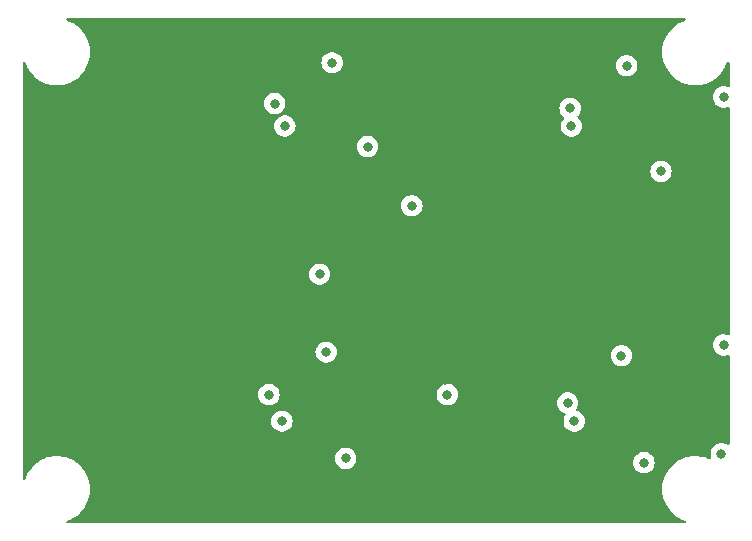
<source format=gbr>
%TF.GenerationSoftware,KiCad,Pcbnew,7.0.6*%
%TF.CreationDate,2023-08-06T23:15:07-05:00*%
%TF.ProjectId,MLX90393_board2,4d4c5839-3033-4393-935f-626f61726432,rev?*%
%TF.SameCoordinates,Original*%
%TF.FileFunction,Copper,L2,Inr*%
%TF.FilePolarity,Positive*%
%FSLAX46Y46*%
G04 Gerber Fmt 4.6, Leading zero omitted, Abs format (unit mm)*
G04 Created by KiCad (PCBNEW 7.0.6) date 2023-08-06 23:15:07*
%MOMM*%
%LPD*%
G01*
G04 APERTURE LIST*
%TA.AperFunction,ViaPad*%
%ADD10C,0.800000*%
%TD*%
G04 APERTURE END LIST*
D10*
%TO.N,+3.3V*%
X170400000Y-98750000D03*
X144900000Y-123000000D03*
X174750000Y-119700000D03*
X175200000Y-95150000D03*
X145400000Y-98350000D03*
X150250000Y-94900000D03*
X149200000Y-112800000D03*
X160000000Y-123000000D03*
X151400000Y-128400000D03*
X178100000Y-104100000D03*
X149750000Y-119400000D03*
X153250000Y-102000000D03*
X183400000Y-118800000D03*
X183200000Y-128000000D03*
X183400000Y-97800000D03*
X170200000Y-123700000D03*
X176650000Y-128750000D03*
%TO.N,GND*%
X158800000Y-97200000D03*
X154750000Y-125750000D03*
X172800000Y-133400000D03*
X158400000Y-103050000D03*
X146500000Y-127000000D03*
X183400000Y-99400000D03*
X177300000Y-109900000D03*
X176600000Y-96400000D03*
X152200000Y-121200000D03*
X171200000Y-126600000D03*
X138000000Y-128000000D03*
X151400000Y-96600000D03*
X145500000Y-102000000D03*
X170950000Y-101650000D03*
X178383411Y-126583411D03*
X137500000Y-123500000D03*
X158700000Y-95750000D03*
X159800000Y-121800000D03*
X173600000Y-96400000D03*
X179200000Y-100950000D03*
X157000000Y-100874500D03*
X176600000Y-121400000D03*
X158400000Y-128350000D03*
X148500000Y-96000000D03*
X135800000Y-118800000D03*
X173600000Y-121600000D03*
X148400000Y-121400000D03*
%TO.N,SCL_3V*%
X146250000Y-100250000D03*
X157000000Y-107000000D03*
X170750000Y-125250000D03*
X170500000Y-100250000D03*
X146000000Y-125250000D03*
%TD*%
%TA.AperFunction,Conductor*%
%TO.N,GND*%
G36*
X180141997Y-91120185D02*
G01*
X180187752Y-91172989D01*
X180197696Y-91242147D01*
X180168671Y-91305703D01*
X180117368Y-91341022D01*
X179888897Y-91424178D01*
X179888891Y-91424181D01*
X179597380Y-91570584D01*
X179324815Y-91749852D01*
X179074931Y-91959530D01*
X179074930Y-91959531D01*
X179074924Y-91959536D01*
X179074923Y-91959538D01*
X178851057Y-92196823D01*
X178851054Y-92196826D01*
X178851052Y-92196829D01*
X178851045Y-92196837D01*
X178656251Y-92458490D01*
X178493143Y-92741003D01*
X178493137Y-92741016D01*
X178363931Y-93040547D01*
X178270369Y-93353067D01*
X178270367Y-93353075D01*
X178213723Y-93674319D01*
X178213722Y-93674330D01*
X178194754Y-93999996D01*
X178194754Y-94000003D01*
X178213722Y-94325669D01*
X178213723Y-94325680D01*
X178270367Y-94646924D01*
X178270369Y-94646932D01*
X178363931Y-94959452D01*
X178493137Y-95258983D01*
X178493143Y-95258996D01*
X178656251Y-95541509D01*
X178851045Y-95803162D01*
X178851050Y-95803168D01*
X178851057Y-95803177D01*
X179074923Y-96040462D01*
X179074929Y-96040467D01*
X179074930Y-96040468D01*
X179074931Y-96040469D01*
X179324815Y-96250147D01*
X179324818Y-96250149D01*
X179324823Y-96250153D01*
X179597377Y-96429414D01*
X179888899Y-96575822D01*
X180195446Y-96687396D01*
X180195452Y-96687397D01*
X180195454Y-96687398D01*
X180512858Y-96762625D01*
X180512865Y-96762626D01*
X180512874Y-96762628D01*
X180836889Y-96800500D01*
X180836896Y-96800500D01*
X181163104Y-96800500D01*
X181163111Y-96800500D01*
X181487126Y-96762628D01*
X181487135Y-96762625D01*
X181487141Y-96762625D01*
X181743176Y-96701942D01*
X181804554Y-96687396D01*
X182111101Y-96575822D01*
X182402623Y-96429414D01*
X182675177Y-96250153D01*
X182925077Y-96040462D01*
X183148943Y-95803177D01*
X183343749Y-95541508D01*
X183506859Y-95258992D01*
X183636069Y-94959451D01*
X183656709Y-94890507D01*
X183694794Y-94831930D01*
X183758502Y-94803242D01*
X183827607Y-94813551D01*
X183880168Y-94859584D01*
X183899500Y-94926071D01*
X183899500Y-96845728D01*
X183879815Y-96912767D01*
X183827011Y-96958522D01*
X183757853Y-96968466D01*
X183725064Y-96959007D01*
X183679807Y-96938857D01*
X183679802Y-96938855D01*
X183534000Y-96907865D01*
X183494646Y-96899500D01*
X183305354Y-96899500D01*
X183272897Y-96906398D01*
X183120197Y-96938855D01*
X183120192Y-96938857D01*
X182947270Y-97015848D01*
X182947265Y-97015851D01*
X182794129Y-97127111D01*
X182667466Y-97267785D01*
X182572821Y-97431715D01*
X182572818Y-97431722D01*
X182514327Y-97611740D01*
X182514326Y-97611744D01*
X182494540Y-97800000D01*
X182514326Y-97988256D01*
X182514327Y-97988259D01*
X182572818Y-98168277D01*
X182572821Y-98168284D01*
X182667467Y-98332216D01*
X182712043Y-98381722D01*
X182794129Y-98472888D01*
X182947265Y-98584148D01*
X182947270Y-98584151D01*
X183120192Y-98661142D01*
X183120197Y-98661144D01*
X183305354Y-98700500D01*
X183305355Y-98700500D01*
X183494644Y-98700500D01*
X183494646Y-98700500D01*
X183679803Y-98661144D01*
X183725065Y-98640991D01*
X183794312Y-98631706D01*
X183857589Y-98661334D01*
X183894804Y-98720468D01*
X183899500Y-98754271D01*
X183899500Y-117845728D01*
X183879815Y-117912767D01*
X183827011Y-117958522D01*
X183757853Y-117968466D01*
X183725064Y-117959007D01*
X183679807Y-117938857D01*
X183679802Y-117938855D01*
X183534001Y-117907865D01*
X183494646Y-117899500D01*
X183305354Y-117899500D01*
X183272897Y-117906398D01*
X183120197Y-117938855D01*
X183120192Y-117938857D01*
X182947270Y-118015848D01*
X182947265Y-118015851D01*
X182794129Y-118127111D01*
X182667466Y-118267785D01*
X182572821Y-118431715D01*
X182572818Y-118431722D01*
X182514327Y-118611740D01*
X182514326Y-118611744D01*
X182494540Y-118800000D01*
X182514326Y-118988256D01*
X182514327Y-118988259D01*
X182572818Y-119168277D01*
X182572821Y-119168284D01*
X182667467Y-119332216D01*
X182794129Y-119472888D01*
X182947265Y-119584148D01*
X182947270Y-119584151D01*
X183120192Y-119661142D01*
X183120197Y-119661144D01*
X183305354Y-119700500D01*
X183305355Y-119700500D01*
X183494644Y-119700500D01*
X183494646Y-119700500D01*
X183679803Y-119661144D01*
X183725065Y-119640991D01*
X183794312Y-119631706D01*
X183857589Y-119661334D01*
X183894804Y-119720468D01*
X183899500Y-119754271D01*
X183899500Y-127151773D01*
X183879815Y-127218812D01*
X183827011Y-127264567D01*
X183757853Y-127274511D01*
X183702616Y-127252092D01*
X183652733Y-127215851D01*
X183652729Y-127215848D01*
X183479807Y-127138857D01*
X183479802Y-127138855D01*
X183334001Y-127107865D01*
X183294646Y-127099500D01*
X183105354Y-127099500D01*
X183072897Y-127106398D01*
X182920197Y-127138855D01*
X182920192Y-127138857D01*
X182747270Y-127215848D01*
X182747265Y-127215851D01*
X182594129Y-127327111D01*
X182467466Y-127467785D01*
X182372821Y-127631715D01*
X182372818Y-127631722D01*
X182314327Y-127811740D01*
X182314326Y-127811744D01*
X182294540Y-128000000D01*
X182314326Y-128188256D01*
X182314327Y-128188259D01*
X182353806Y-128309764D01*
X182355801Y-128379605D01*
X182319720Y-128439438D01*
X182257019Y-128470266D01*
X182187605Y-128462301D01*
X182180224Y-128458892D01*
X182111108Y-128424181D01*
X182111102Y-128424178D01*
X181804566Y-128312608D01*
X181804545Y-128312601D01*
X181487141Y-128237374D01*
X181487126Y-128237372D01*
X181487125Y-128237372D01*
X181163111Y-128199500D01*
X180836889Y-128199500D01*
X180553375Y-128232638D01*
X180512873Y-128237372D01*
X180512858Y-128237374D01*
X180195454Y-128312601D01*
X180195433Y-128312608D01*
X179888897Y-128424178D01*
X179888891Y-128424181D01*
X179597380Y-128570584D01*
X179324815Y-128749852D01*
X179074931Y-128959530D01*
X179074930Y-128959531D01*
X179074924Y-128959536D01*
X179074923Y-128959538D01*
X178851057Y-129196823D01*
X178851054Y-129196826D01*
X178851052Y-129196829D01*
X178851045Y-129196837D01*
X178656251Y-129458490D01*
X178493143Y-129741003D01*
X178493137Y-129741016D01*
X178363931Y-130040547D01*
X178270369Y-130353067D01*
X178270367Y-130353075D01*
X178213723Y-130674319D01*
X178213722Y-130674330D01*
X178194754Y-130999996D01*
X178194754Y-131000003D01*
X178213722Y-131325669D01*
X178213723Y-131325680D01*
X178270367Y-131646924D01*
X178270369Y-131646932D01*
X178363931Y-131959452D01*
X178493137Y-132258983D01*
X178493143Y-132258996D01*
X178656251Y-132541509D01*
X178851045Y-132803162D01*
X178851050Y-132803168D01*
X178851057Y-132803177D01*
X179074923Y-133040462D01*
X179074929Y-133040467D01*
X179074930Y-133040468D01*
X179074931Y-133040469D01*
X179324815Y-133250147D01*
X179324818Y-133250149D01*
X179324823Y-133250153D01*
X179597377Y-133429414D01*
X179888899Y-133575822D01*
X180069463Y-133641542D01*
X180117368Y-133658978D01*
X180173632Y-133700404D01*
X180198568Y-133765673D01*
X180184258Y-133834062D01*
X180135246Y-133883857D01*
X180074958Y-133899500D01*
X127875042Y-133899500D01*
X127808003Y-133879815D01*
X127762248Y-133827011D01*
X127752304Y-133757853D01*
X127781329Y-133694297D01*
X127832632Y-133658978D01*
X127855916Y-133650502D01*
X128061101Y-133575822D01*
X128352623Y-133429414D01*
X128625177Y-133250153D01*
X128875077Y-133040462D01*
X129098943Y-132803177D01*
X129293749Y-132541508D01*
X129456859Y-132258992D01*
X129586069Y-131959451D01*
X129679630Y-131646934D01*
X129736278Y-131325669D01*
X129755246Y-131000000D01*
X129736278Y-130674331D01*
X129679630Y-130353066D01*
X129586069Y-130040549D01*
X129456859Y-129741008D01*
X129293749Y-129458492D01*
X129293748Y-129458490D01*
X129098954Y-129196837D01*
X129098947Y-129196829D01*
X129098943Y-129196823D01*
X128875077Y-128959538D01*
X128875069Y-128959531D01*
X128875068Y-128959530D01*
X128625184Y-128749852D01*
X128625179Y-128749848D01*
X128625177Y-128749847D01*
X128352623Y-128570586D01*
X128152870Y-128470266D01*
X128061108Y-128424181D01*
X128061102Y-128424178D01*
X127994674Y-128400000D01*
X150494540Y-128400000D01*
X150514326Y-128588256D01*
X150514327Y-128588259D01*
X150572818Y-128768277D01*
X150572821Y-128768284D01*
X150667467Y-128932216D01*
X150708516Y-128977805D01*
X150794129Y-129072888D01*
X150947265Y-129184148D01*
X150947270Y-129184151D01*
X151120192Y-129261142D01*
X151120197Y-129261144D01*
X151305354Y-129300500D01*
X151305355Y-129300500D01*
X151494644Y-129300500D01*
X151494646Y-129300500D01*
X151679803Y-129261144D01*
X151852730Y-129184151D01*
X152005871Y-129072888D01*
X152132533Y-128932216D01*
X152227179Y-128768284D01*
X152233120Y-128750000D01*
X175744540Y-128750000D01*
X175764326Y-128938256D01*
X175764327Y-128938259D01*
X175822818Y-129118277D01*
X175822821Y-129118284D01*
X175917467Y-129282216D01*
X176044128Y-129422888D01*
X176044129Y-129422888D01*
X176197265Y-129534148D01*
X176197270Y-129534151D01*
X176370192Y-129611142D01*
X176370197Y-129611144D01*
X176555354Y-129650500D01*
X176555355Y-129650500D01*
X176744644Y-129650500D01*
X176744646Y-129650500D01*
X176929803Y-129611144D01*
X177102730Y-129534151D01*
X177255871Y-129422888D01*
X177382533Y-129282216D01*
X177477179Y-129118284D01*
X177535674Y-128938256D01*
X177555460Y-128750000D01*
X177535674Y-128561744D01*
X177477179Y-128381716D01*
X177382533Y-128217784D01*
X177255871Y-128077112D01*
X177255870Y-128077111D01*
X177102734Y-127965851D01*
X177102729Y-127965848D01*
X176929807Y-127888857D01*
X176929802Y-127888855D01*
X176784001Y-127857865D01*
X176744646Y-127849500D01*
X176555354Y-127849500D01*
X176522897Y-127856398D01*
X176370197Y-127888855D01*
X176370192Y-127888857D01*
X176197270Y-127965848D01*
X176197265Y-127965851D01*
X176044129Y-128077111D01*
X175917466Y-128217785D01*
X175822821Y-128381715D01*
X175822818Y-128381722D01*
X175794049Y-128470266D01*
X175764326Y-128561744D01*
X175752645Y-128672888D01*
X175744556Y-128749852D01*
X175744540Y-128750000D01*
X152233120Y-128750000D01*
X152285674Y-128588256D01*
X152305460Y-128400000D01*
X152285674Y-128211744D01*
X152227179Y-128031716D01*
X152132533Y-127867784D01*
X152005871Y-127727112D01*
X152005870Y-127727111D01*
X151852734Y-127615851D01*
X151852729Y-127615848D01*
X151679807Y-127538857D01*
X151679802Y-127538855D01*
X151534001Y-127507865D01*
X151494646Y-127499500D01*
X151305354Y-127499500D01*
X151272897Y-127506398D01*
X151120197Y-127538855D01*
X151120192Y-127538857D01*
X150947270Y-127615848D01*
X150947265Y-127615851D01*
X150794129Y-127727111D01*
X150667466Y-127867785D01*
X150572821Y-128031715D01*
X150572818Y-128031722D01*
X150518304Y-128199500D01*
X150514326Y-128211744D01*
X150494540Y-128400000D01*
X127994674Y-128400000D01*
X127754566Y-128312608D01*
X127754545Y-128312601D01*
X127437141Y-128237374D01*
X127437126Y-128237372D01*
X127437125Y-128237372D01*
X127113111Y-128199500D01*
X126786889Y-128199500D01*
X126503375Y-128232638D01*
X126462873Y-128237372D01*
X126462858Y-128237374D01*
X126145454Y-128312601D01*
X126145433Y-128312608D01*
X125838897Y-128424178D01*
X125838891Y-128424181D01*
X125547380Y-128570584D01*
X125274815Y-128749852D01*
X125024931Y-128959530D01*
X125024930Y-128959531D01*
X125024924Y-128959536D01*
X125024923Y-128959538D01*
X124801057Y-129196823D01*
X124801054Y-129196826D01*
X124801052Y-129196829D01*
X124801045Y-129196837D01*
X124606251Y-129458490D01*
X124443143Y-129741003D01*
X124443137Y-129741016D01*
X124313931Y-130040547D01*
X124293291Y-130109492D01*
X124255206Y-130168069D01*
X124191497Y-130196758D01*
X124122392Y-130186448D01*
X124069831Y-130140415D01*
X124050500Y-130073928D01*
X124050500Y-125250000D01*
X145094540Y-125250000D01*
X145114326Y-125438256D01*
X145114327Y-125438259D01*
X145172818Y-125618277D01*
X145172821Y-125618284D01*
X145267467Y-125782216D01*
X145394128Y-125922888D01*
X145394129Y-125922888D01*
X145547265Y-126034148D01*
X145547270Y-126034151D01*
X145720192Y-126111142D01*
X145720197Y-126111144D01*
X145905354Y-126150500D01*
X145905355Y-126150500D01*
X146094644Y-126150500D01*
X146094646Y-126150500D01*
X146279803Y-126111144D01*
X146452730Y-126034151D01*
X146605871Y-125922888D01*
X146732533Y-125782216D01*
X146827179Y-125618284D01*
X146885674Y-125438256D01*
X146905460Y-125250000D01*
X146885674Y-125061744D01*
X146827179Y-124881716D01*
X146732533Y-124717784D01*
X146605871Y-124577112D01*
X146605870Y-124577111D01*
X146452734Y-124465851D01*
X146452729Y-124465848D01*
X146279807Y-124388857D01*
X146279802Y-124388855D01*
X146134000Y-124357865D01*
X146094646Y-124349500D01*
X145905354Y-124349500D01*
X145872897Y-124356398D01*
X145720197Y-124388855D01*
X145720192Y-124388857D01*
X145547270Y-124465848D01*
X145547265Y-124465851D01*
X145394129Y-124577111D01*
X145267466Y-124717785D01*
X145172821Y-124881715D01*
X145172818Y-124881722D01*
X145114327Y-125061740D01*
X145114326Y-125061744D01*
X145094540Y-125250000D01*
X124050500Y-125250000D01*
X124050500Y-123000000D01*
X143994540Y-123000000D01*
X144014326Y-123188256D01*
X144014327Y-123188259D01*
X144072818Y-123368277D01*
X144072821Y-123368284D01*
X144167467Y-123532216D01*
X144294128Y-123672887D01*
X144294129Y-123672888D01*
X144447265Y-123784148D01*
X144447270Y-123784151D01*
X144620192Y-123861142D01*
X144620197Y-123861144D01*
X144805354Y-123900500D01*
X144805355Y-123900500D01*
X144994644Y-123900500D01*
X144994646Y-123900500D01*
X145179803Y-123861144D01*
X145352730Y-123784151D01*
X145505871Y-123672888D01*
X145632533Y-123532216D01*
X145727179Y-123368284D01*
X145785674Y-123188256D01*
X145805460Y-123000000D01*
X159094540Y-123000000D01*
X159114326Y-123188256D01*
X159114327Y-123188259D01*
X159172818Y-123368277D01*
X159172821Y-123368284D01*
X159267467Y-123532216D01*
X159394128Y-123672887D01*
X159394129Y-123672888D01*
X159547265Y-123784148D01*
X159547270Y-123784151D01*
X159720192Y-123861142D01*
X159720197Y-123861144D01*
X159905354Y-123900500D01*
X159905355Y-123900500D01*
X160094644Y-123900500D01*
X160094646Y-123900500D01*
X160279803Y-123861144D01*
X160452730Y-123784151D01*
X160568554Y-123700000D01*
X169294540Y-123700000D01*
X169314326Y-123888256D01*
X169314327Y-123888259D01*
X169372818Y-124068277D01*
X169372821Y-124068284D01*
X169467467Y-124232216D01*
X169573070Y-124349500D01*
X169594129Y-124372888D01*
X169747265Y-124484148D01*
X169747270Y-124484151D01*
X169920191Y-124561142D01*
X169920193Y-124561142D01*
X169920197Y-124561144D01*
X169920433Y-124561194D01*
X169920557Y-124561261D01*
X169926374Y-124563151D01*
X169926028Y-124564214D01*
X169981917Y-124594379D01*
X170015700Y-124655539D01*
X170011054Y-124725254D01*
X170002051Y-124744485D01*
X169922820Y-124881718D01*
X169922818Y-124881722D01*
X169864327Y-125061740D01*
X169864326Y-125061744D01*
X169844540Y-125250000D01*
X169864326Y-125438256D01*
X169864327Y-125438259D01*
X169922818Y-125618277D01*
X169922821Y-125618284D01*
X170017467Y-125782216D01*
X170144128Y-125922888D01*
X170144129Y-125922888D01*
X170297265Y-126034148D01*
X170297270Y-126034151D01*
X170470192Y-126111142D01*
X170470197Y-126111144D01*
X170655354Y-126150500D01*
X170655355Y-126150500D01*
X170844644Y-126150500D01*
X170844646Y-126150500D01*
X171029803Y-126111144D01*
X171202730Y-126034151D01*
X171355871Y-125922888D01*
X171482533Y-125782216D01*
X171577179Y-125618284D01*
X171635674Y-125438256D01*
X171655460Y-125250000D01*
X171635674Y-125061744D01*
X171577179Y-124881716D01*
X171482533Y-124717784D01*
X171355871Y-124577112D01*
X171355870Y-124577111D01*
X171202734Y-124465851D01*
X171202729Y-124465848D01*
X171029807Y-124388857D01*
X171029803Y-124388856D01*
X171029554Y-124388803D01*
X171029423Y-124388732D01*
X171023626Y-124386849D01*
X171023970Y-124385788D01*
X170968072Y-124355610D01*
X170934296Y-124294446D01*
X170938950Y-124224732D01*
X170947944Y-124205521D01*
X171027179Y-124068284D01*
X171085674Y-123888256D01*
X171105460Y-123700000D01*
X171085674Y-123511744D01*
X171027179Y-123331716D01*
X170932533Y-123167784D01*
X170805871Y-123027112D01*
X170805870Y-123027111D01*
X170652734Y-122915851D01*
X170652729Y-122915848D01*
X170479807Y-122838857D01*
X170479802Y-122838855D01*
X170334000Y-122807865D01*
X170294646Y-122799500D01*
X170105354Y-122799500D01*
X170072897Y-122806398D01*
X169920197Y-122838855D01*
X169920192Y-122838857D01*
X169747270Y-122915848D01*
X169747265Y-122915851D01*
X169594129Y-123027111D01*
X169467466Y-123167785D01*
X169372821Y-123331715D01*
X169372818Y-123331722D01*
X169314327Y-123511740D01*
X169314326Y-123511744D01*
X169294540Y-123700000D01*
X160568554Y-123700000D01*
X160605871Y-123672888D01*
X160732533Y-123532216D01*
X160827179Y-123368284D01*
X160885674Y-123188256D01*
X160905460Y-123000000D01*
X160885674Y-122811744D01*
X160827179Y-122631716D01*
X160732533Y-122467784D01*
X160605871Y-122327112D01*
X160605870Y-122327111D01*
X160452734Y-122215851D01*
X160452729Y-122215848D01*
X160279807Y-122138857D01*
X160279802Y-122138855D01*
X160134000Y-122107865D01*
X160094646Y-122099500D01*
X159905354Y-122099500D01*
X159872897Y-122106398D01*
X159720197Y-122138855D01*
X159720192Y-122138857D01*
X159547270Y-122215848D01*
X159547265Y-122215851D01*
X159394129Y-122327111D01*
X159267466Y-122467785D01*
X159172821Y-122631715D01*
X159172818Y-122631722D01*
X159118304Y-122799500D01*
X159114326Y-122811744D01*
X159094540Y-123000000D01*
X145805460Y-123000000D01*
X145785674Y-122811744D01*
X145727179Y-122631716D01*
X145632533Y-122467784D01*
X145505871Y-122327112D01*
X145505870Y-122327111D01*
X145352734Y-122215851D01*
X145352729Y-122215848D01*
X145179807Y-122138857D01*
X145179802Y-122138855D01*
X145034000Y-122107865D01*
X144994646Y-122099500D01*
X144805354Y-122099500D01*
X144772897Y-122106398D01*
X144620197Y-122138855D01*
X144620192Y-122138857D01*
X144447270Y-122215848D01*
X144447265Y-122215851D01*
X144294129Y-122327111D01*
X144167466Y-122467785D01*
X144072821Y-122631715D01*
X144072818Y-122631722D01*
X144018304Y-122799500D01*
X144014326Y-122811744D01*
X143994540Y-123000000D01*
X124050500Y-123000000D01*
X124050500Y-119400000D01*
X148844540Y-119400000D01*
X148864326Y-119588256D01*
X148864327Y-119588259D01*
X148922818Y-119768277D01*
X148922821Y-119768284D01*
X149017467Y-119932216D01*
X149139977Y-120068277D01*
X149144129Y-120072888D01*
X149297265Y-120184148D01*
X149297270Y-120184151D01*
X149470192Y-120261142D01*
X149470197Y-120261144D01*
X149655354Y-120300500D01*
X149655355Y-120300500D01*
X149844644Y-120300500D01*
X149844646Y-120300500D01*
X150029803Y-120261144D01*
X150202730Y-120184151D01*
X150355871Y-120072888D01*
X150482533Y-119932216D01*
X150577179Y-119768284D01*
X150599366Y-119700000D01*
X173844540Y-119700000D01*
X173864326Y-119888256D01*
X173864327Y-119888259D01*
X173922818Y-120068277D01*
X173922821Y-120068284D01*
X174017467Y-120232216D01*
X174144128Y-120372887D01*
X174144129Y-120372888D01*
X174297265Y-120484148D01*
X174297270Y-120484151D01*
X174470192Y-120561142D01*
X174470197Y-120561144D01*
X174655354Y-120600500D01*
X174655355Y-120600500D01*
X174844644Y-120600500D01*
X174844646Y-120600500D01*
X175029803Y-120561144D01*
X175202730Y-120484151D01*
X175355871Y-120372888D01*
X175482533Y-120232216D01*
X175577179Y-120068284D01*
X175635674Y-119888256D01*
X175655460Y-119700000D01*
X175635674Y-119511744D01*
X175581112Y-119343823D01*
X175577181Y-119331722D01*
X175577180Y-119331721D01*
X175577179Y-119331716D01*
X175482533Y-119167784D01*
X175355871Y-119027112D01*
X175355870Y-119027111D01*
X175202734Y-118915851D01*
X175202729Y-118915848D01*
X175029807Y-118838857D01*
X175029802Y-118838855D01*
X174884000Y-118807865D01*
X174844646Y-118799500D01*
X174655354Y-118799500D01*
X174622897Y-118806398D01*
X174470197Y-118838855D01*
X174470192Y-118838857D01*
X174297270Y-118915848D01*
X174297265Y-118915851D01*
X174144129Y-119027111D01*
X174017466Y-119167785D01*
X173922821Y-119331715D01*
X173922818Y-119331722D01*
X173876951Y-119472888D01*
X173864326Y-119511744D01*
X173844540Y-119700000D01*
X150599366Y-119700000D01*
X150635674Y-119588256D01*
X150655460Y-119400000D01*
X150635674Y-119211744D01*
X150577179Y-119031716D01*
X150482533Y-118867784D01*
X150355871Y-118727112D01*
X150355870Y-118727111D01*
X150202734Y-118615851D01*
X150202729Y-118615848D01*
X150029807Y-118538857D01*
X150029802Y-118538855D01*
X149884000Y-118507865D01*
X149844646Y-118499500D01*
X149655354Y-118499500D01*
X149622897Y-118506398D01*
X149470197Y-118538855D01*
X149470192Y-118538857D01*
X149297270Y-118615848D01*
X149297265Y-118615851D01*
X149144129Y-118727111D01*
X149017466Y-118867785D01*
X148922821Y-119031715D01*
X148922818Y-119031722D01*
X148878609Y-119167785D01*
X148864326Y-119211744D01*
X148844540Y-119400000D01*
X124050500Y-119400000D01*
X124050500Y-112800000D01*
X148294540Y-112800000D01*
X148314326Y-112988256D01*
X148314327Y-112988259D01*
X148372818Y-113168277D01*
X148372821Y-113168284D01*
X148467467Y-113332216D01*
X148594128Y-113472887D01*
X148594129Y-113472888D01*
X148747265Y-113584148D01*
X148747270Y-113584151D01*
X148920192Y-113661142D01*
X148920197Y-113661144D01*
X149105354Y-113700500D01*
X149105355Y-113700500D01*
X149294644Y-113700500D01*
X149294646Y-113700500D01*
X149479803Y-113661144D01*
X149652730Y-113584151D01*
X149805871Y-113472888D01*
X149932533Y-113332216D01*
X150027179Y-113168284D01*
X150085674Y-112988256D01*
X150105460Y-112800000D01*
X150085674Y-112611744D01*
X150027179Y-112431716D01*
X149932533Y-112267784D01*
X149805871Y-112127112D01*
X149805870Y-112127111D01*
X149652734Y-112015851D01*
X149652729Y-112015848D01*
X149479807Y-111938857D01*
X149479802Y-111938855D01*
X149334000Y-111907865D01*
X149294646Y-111899500D01*
X149105354Y-111899500D01*
X149072897Y-111906398D01*
X148920197Y-111938855D01*
X148920192Y-111938857D01*
X148747270Y-112015848D01*
X148747265Y-112015851D01*
X148594129Y-112127111D01*
X148467466Y-112267785D01*
X148372821Y-112431715D01*
X148372818Y-112431722D01*
X148314327Y-112611740D01*
X148314326Y-112611744D01*
X148294540Y-112800000D01*
X124050500Y-112800000D01*
X124050500Y-107000000D01*
X156094540Y-107000000D01*
X156114326Y-107188256D01*
X156114327Y-107188259D01*
X156172818Y-107368277D01*
X156172821Y-107368284D01*
X156267467Y-107532216D01*
X156394128Y-107672888D01*
X156394129Y-107672888D01*
X156547265Y-107784148D01*
X156547270Y-107784151D01*
X156720192Y-107861142D01*
X156720197Y-107861144D01*
X156905354Y-107900500D01*
X156905355Y-107900500D01*
X157094644Y-107900500D01*
X157094646Y-107900500D01*
X157279803Y-107861144D01*
X157452730Y-107784151D01*
X157605871Y-107672888D01*
X157732533Y-107532216D01*
X157827179Y-107368284D01*
X157885674Y-107188256D01*
X157905460Y-107000000D01*
X157885674Y-106811744D01*
X157827179Y-106631716D01*
X157732533Y-106467784D01*
X157605871Y-106327112D01*
X157605870Y-106327111D01*
X157452734Y-106215851D01*
X157452729Y-106215848D01*
X157279807Y-106138857D01*
X157279802Y-106138855D01*
X157134000Y-106107865D01*
X157094646Y-106099500D01*
X156905354Y-106099500D01*
X156872897Y-106106398D01*
X156720197Y-106138855D01*
X156720192Y-106138857D01*
X156547270Y-106215848D01*
X156547265Y-106215851D01*
X156394129Y-106327111D01*
X156267466Y-106467785D01*
X156172821Y-106631715D01*
X156172818Y-106631722D01*
X156114327Y-106811740D01*
X156114326Y-106811744D01*
X156094540Y-107000000D01*
X124050500Y-107000000D01*
X124050500Y-104100000D01*
X177194540Y-104100000D01*
X177214326Y-104288256D01*
X177214327Y-104288259D01*
X177272818Y-104468277D01*
X177272821Y-104468284D01*
X177367467Y-104632216D01*
X177494128Y-104772887D01*
X177494129Y-104772888D01*
X177647265Y-104884148D01*
X177647270Y-104884151D01*
X177820192Y-104961142D01*
X177820197Y-104961144D01*
X178005354Y-105000500D01*
X178005355Y-105000500D01*
X178194644Y-105000500D01*
X178194646Y-105000500D01*
X178379803Y-104961144D01*
X178552730Y-104884151D01*
X178705871Y-104772888D01*
X178832533Y-104632216D01*
X178927179Y-104468284D01*
X178985674Y-104288256D01*
X179005460Y-104100000D01*
X178985674Y-103911744D01*
X178927179Y-103731716D01*
X178832533Y-103567784D01*
X178705871Y-103427112D01*
X178705870Y-103427111D01*
X178552734Y-103315851D01*
X178552729Y-103315848D01*
X178379807Y-103238857D01*
X178379802Y-103238855D01*
X178234000Y-103207865D01*
X178194646Y-103199500D01*
X178005354Y-103199500D01*
X177972897Y-103206398D01*
X177820197Y-103238855D01*
X177820192Y-103238857D01*
X177647270Y-103315848D01*
X177647265Y-103315851D01*
X177494129Y-103427111D01*
X177367466Y-103567785D01*
X177272821Y-103731715D01*
X177272818Y-103731722D01*
X177214327Y-103911740D01*
X177214326Y-103911744D01*
X177194540Y-104100000D01*
X124050500Y-104100000D01*
X124050500Y-102000000D01*
X152344540Y-102000000D01*
X152364326Y-102188256D01*
X152364327Y-102188259D01*
X152422818Y-102368277D01*
X152422821Y-102368284D01*
X152517467Y-102532216D01*
X152644128Y-102672888D01*
X152644129Y-102672888D01*
X152797265Y-102784148D01*
X152797270Y-102784151D01*
X152970192Y-102861142D01*
X152970197Y-102861144D01*
X153155354Y-102900500D01*
X153155355Y-102900500D01*
X153344644Y-102900500D01*
X153344646Y-102900500D01*
X153529803Y-102861144D01*
X153702730Y-102784151D01*
X153855871Y-102672888D01*
X153982533Y-102532216D01*
X154077179Y-102368284D01*
X154135674Y-102188256D01*
X154155460Y-102000000D01*
X154135674Y-101811744D01*
X154077179Y-101631716D01*
X153982533Y-101467784D01*
X153855871Y-101327112D01*
X153855870Y-101327111D01*
X153702734Y-101215851D01*
X153702729Y-101215848D01*
X153529807Y-101138857D01*
X153529802Y-101138855D01*
X153384000Y-101107865D01*
X153344646Y-101099500D01*
X153155354Y-101099500D01*
X153122897Y-101106398D01*
X152970197Y-101138855D01*
X152970192Y-101138857D01*
X152797270Y-101215848D01*
X152797265Y-101215851D01*
X152644129Y-101327111D01*
X152517466Y-101467785D01*
X152422821Y-101631715D01*
X152422818Y-101631722D01*
X152364327Y-101811740D01*
X152364326Y-101811744D01*
X152344540Y-102000000D01*
X124050500Y-102000000D01*
X124050500Y-100250000D01*
X145344540Y-100250000D01*
X145364326Y-100438256D01*
X145364327Y-100438259D01*
X145422818Y-100618277D01*
X145422821Y-100618284D01*
X145517467Y-100782216D01*
X145644128Y-100922888D01*
X145644129Y-100922888D01*
X145797265Y-101034148D01*
X145797270Y-101034151D01*
X145970192Y-101111142D01*
X145970197Y-101111144D01*
X146155354Y-101150500D01*
X146155355Y-101150500D01*
X146344644Y-101150500D01*
X146344646Y-101150500D01*
X146529803Y-101111144D01*
X146702730Y-101034151D01*
X146855871Y-100922888D01*
X146982533Y-100782216D01*
X147077179Y-100618284D01*
X147135674Y-100438256D01*
X147155460Y-100250000D01*
X147135674Y-100061744D01*
X147077179Y-99881716D01*
X146982533Y-99717784D01*
X146855871Y-99577112D01*
X146855870Y-99577111D01*
X146702734Y-99465851D01*
X146702729Y-99465848D01*
X146529807Y-99388857D01*
X146529802Y-99388855D01*
X146384001Y-99357865D01*
X146344646Y-99349500D01*
X146155354Y-99349500D01*
X146122897Y-99356398D01*
X145970197Y-99388855D01*
X145970192Y-99388857D01*
X145797270Y-99465848D01*
X145797265Y-99465851D01*
X145644129Y-99577111D01*
X145517466Y-99717785D01*
X145422821Y-99881715D01*
X145422818Y-99881722D01*
X145364327Y-100061740D01*
X145364326Y-100061744D01*
X145344540Y-100250000D01*
X124050500Y-100250000D01*
X124050500Y-98350000D01*
X144494540Y-98350000D01*
X144514326Y-98538256D01*
X144514327Y-98538259D01*
X144572818Y-98718277D01*
X144572821Y-98718284D01*
X144667467Y-98882216D01*
X144794128Y-99022888D01*
X144794129Y-99022888D01*
X144947265Y-99134148D01*
X144947270Y-99134151D01*
X145120192Y-99211142D01*
X145120197Y-99211144D01*
X145305354Y-99250500D01*
X145305355Y-99250500D01*
X145494644Y-99250500D01*
X145494646Y-99250500D01*
X145679803Y-99211144D01*
X145852730Y-99134151D01*
X146005871Y-99022888D01*
X146132533Y-98882216D01*
X146208868Y-98750000D01*
X169494540Y-98750000D01*
X169514326Y-98938256D01*
X169514327Y-98938259D01*
X169572818Y-99118277D01*
X169572821Y-99118284D01*
X169667467Y-99282216D01*
X169763487Y-99388857D01*
X169794129Y-99422888D01*
X169827114Y-99446853D01*
X169869780Y-99502183D01*
X169875759Y-99571796D01*
X169846379Y-99630143D01*
X169767466Y-99717785D01*
X169672821Y-99881715D01*
X169672818Y-99881722D01*
X169614327Y-100061740D01*
X169614326Y-100061744D01*
X169594540Y-100250000D01*
X169614326Y-100438256D01*
X169614327Y-100438259D01*
X169672818Y-100618277D01*
X169672821Y-100618284D01*
X169767467Y-100782216D01*
X169894128Y-100922887D01*
X169894129Y-100922888D01*
X170047265Y-101034148D01*
X170047270Y-101034151D01*
X170220192Y-101111142D01*
X170220197Y-101111144D01*
X170405354Y-101150500D01*
X170405355Y-101150500D01*
X170594644Y-101150500D01*
X170594646Y-101150500D01*
X170779803Y-101111144D01*
X170952730Y-101034151D01*
X171105871Y-100922888D01*
X171232533Y-100782216D01*
X171327179Y-100618284D01*
X171385674Y-100438256D01*
X171405460Y-100250000D01*
X171385674Y-100061744D01*
X171327179Y-99881716D01*
X171232533Y-99717784D01*
X171105871Y-99577112D01*
X171072883Y-99553145D01*
X171030219Y-99497816D01*
X171024240Y-99428203D01*
X171053619Y-99369858D01*
X171132533Y-99282216D01*
X171227179Y-99118284D01*
X171285674Y-98938256D01*
X171305460Y-98750000D01*
X171285674Y-98561744D01*
X171227179Y-98381716D01*
X171132533Y-98217784D01*
X171005871Y-98077112D01*
X171005870Y-98077111D01*
X170852734Y-97965851D01*
X170852729Y-97965848D01*
X170679807Y-97888857D01*
X170679802Y-97888855D01*
X170534000Y-97857865D01*
X170494646Y-97849500D01*
X170305354Y-97849500D01*
X170272897Y-97856398D01*
X170120197Y-97888855D01*
X170120192Y-97888857D01*
X169947270Y-97965848D01*
X169947265Y-97965851D01*
X169794129Y-98077111D01*
X169667466Y-98217785D01*
X169572821Y-98381715D01*
X169572818Y-98381722D01*
X169514327Y-98561740D01*
X169514326Y-98561744D01*
X169494540Y-98750000D01*
X146208868Y-98750000D01*
X146227179Y-98718284D01*
X146285674Y-98538256D01*
X146305460Y-98350000D01*
X146285674Y-98161744D01*
X146227179Y-97981716D01*
X146132533Y-97817784D01*
X146005871Y-97677112D01*
X146005870Y-97677111D01*
X145852734Y-97565851D01*
X145852729Y-97565848D01*
X145679807Y-97488857D01*
X145679802Y-97488855D01*
X145534001Y-97457865D01*
X145494646Y-97449500D01*
X145305354Y-97449500D01*
X145272897Y-97456398D01*
X145120197Y-97488855D01*
X145120192Y-97488857D01*
X144947270Y-97565848D01*
X144947265Y-97565851D01*
X144794129Y-97677111D01*
X144667466Y-97817785D01*
X144572821Y-97981715D01*
X144572818Y-97981722D01*
X144514327Y-98161740D01*
X144514326Y-98161744D01*
X144494540Y-98350000D01*
X124050500Y-98350000D01*
X124050500Y-94926071D01*
X124070185Y-94859032D01*
X124122989Y-94813277D01*
X124192147Y-94803333D01*
X124255703Y-94832358D01*
X124293291Y-94890508D01*
X124313930Y-94959450D01*
X124443137Y-95258983D01*
X124443143Y-95258996D01*
X124606251Y-95541509D01*
X124801045Y-95803162D01*
X124801050Y-95803168D01*
X124801057Y-95803177D01*
X125024923Y-96040462D01*
X125024929Y-96040467D01*
X125024930Y-96040468D01*
X125024931Y-96040469D01*
X125274815Y-96250147D01*
X125274818Y-96250149D01*
X125274823Y-96250153D01*
X125547377Y-96429414D01*
X125838899Y-96575822D01*
X126145446Y-96687396D01*
X126145452Y-96687397D01*
X126145454Y-96687398D01*
X126462858Y-96762625D01*
X126462865Y-96762626D01*
X126462874Y-96762628D01*
X126786889Y-96800500D01*
X126786896Y-96800500D01*
X127113104Y-96800500D01*
X127113111Y-96800500D01*
X127437126Y-96762628D01*
X127437135Y-96762625D01*
X127437141Y-96762625D01*
X127693176Y-96701942D01*
X127754554Y-96687396D01*
X128061101Y-96575822D01*
X128352623Y-96429414D01*
X128625177Y-96250153D01*
X128875077Y-96040462D01*
X129098943Y-95803177D01*
X129293749Y-95541508D01*
X129456859Y-95258992D01*
X129586069Y-94959451D01*
X129603867Y-94900000D01*
X149344540Y-94900000D01*
X149364326Y-95088256D01*
X149364327Y-95088259D01*
X149422818Y-95268277D01*
X149422821Y-95268284D01*
X149517467Y-95432216D01*
X149615874Y-95541508D01*
X149644129Y-95572888D01*
X149797265Y-95684148D01*
X149797270Y-95684151D01*
X149970192Y-95761142D01*
X149970197Y-95761144D01*
X150155354Y-95800500D01*
X150155355Y-95800500D01*
X150344644Y-95800500D01*
X150344646Y-95800500D01*
X150529803Y-95761144D01*
X150702730Y-95684151D01*
X150855871Y-95572888D01*
X150982533Y-95432216D01*
X151077179Y-95268284D01*
X151115612Y-95150000D01*
X174294540Y-95150000D01*
X174314326Y-95338256D01*
X174314327Y-95338259D01*
X174372818Y-95518277D01*
X174372821Y-95518284D01*
X174467467Y-95682216D01*
X174573971Y-95800500D01*
X174594129Y-95822888D01*
X174747265Y-95934148D01*
X174747270Y-95934151D01*
X174920192Y-96011142D01*
X174920197Y-96011144D01*
X175105354Y-96050500D01*
X175105355Y-96050500D01*
X175294644Y-96050500D01*
X175294646Y-96050500D01*
X175479803Y-96011144D01*
X175652730Y-95934151D01*
X175805871Y-95822888D01*
X175932533Y-95682216D01*
X176027179Y-95518284D01*
X176085674Y-95338256D01*
X176105460Y-95150000D01*
X176085674Y-94961744D01*
X176027179Y-94781716D01*
X175932533Y-94617784D01*
X175805871Y-94477112D01*
X175805870Y-94477111D01*
X175652734Y-94365851D01*
X175652729Y-94365848D01*
X175479807Y-94288857D01*
X175479802Y-94288855D01*
X175334001Y-94257865D01*
X175294646Y-94249500D01*
X175105354Y-94249500D01*
X175072897Y-94256398D01*
X174920197Y-94288855D01*
X174920192Y-94288857D01*
X174747270Y-94365848D01*
X174747265Y-94365851D01*
X174594129Y-94477111D01*
X174467466Y-94617785D01*
X174372821Y-94781715D01*
X174372818Y-94781722D01*
X174314327Y-94961740D01*
X174314326Y-94961744D01*
X174294540Y-95150000D01*
X151115612Y-95150000D01*
X151135674Y-95088256D01*
X151155460Y-94900000D01*
X151135674Y-94711744D01*
X151077179Y-94531716D01*
X150982533Y-94367784D01*
X150855871Y-94227112D01*
X150855870Y-94227111D01*
X150702734Y-94115851D01*
X150702729Y-94115848D01*
X150529807Y-94038857D01*
X150529802Y-94038855D01*
X150347012Y-94000003D01*
X150344646Y-93999500D01*
X150155354Y-93999500D01*
X150152988Y-94000003D01*
X149970197Y-94038855D01*
X149970192Y-94038857D01*
X149797270Y-94115848D01*
X149797265Y-94115851D01*
X149644129Y-94227111D01*
X149517466Y-94367785D01*
X149422821Y-94531715D01*
X149422818Y-94531722D01*
X149385384Y-94646934D01*
X149364326Y-94711744D01*
X149344540Y-94900000D01*
X129603867Y-94900000D01*
X129679630Y-94646934D01*
X129736278Y-94325669D01*
X129755246Y-94000000D01*
X129736278Y-93674331D01*
X129679630Y-93353066D01*
X129586069Y-93040549D01*
X129456859Y-92741008D01*
X129293749Y-92458492D01*
X129293748Y-92458490D01*
X129098954Y-92196837D01*
X129098947Y-92196829D01*
X129098943Y-92196823D01*
X128875077Y-91959538D01*
X128875069Y-91959531D01*
X128875068Y-91959530D01*
X128625184Y-91749852D01*
X128625179Y-91749848D01*
X128625177Y-91749847D01*
X128352623Y-91570586D01*
X128347684Y-91568105D01*
X128061108Y-91424181D01*
X128061102Y-91424178D01*
X127832632Y-91341022D01*
X127776368Y-91299596D01*
X127751432Y-91234327D01*
X127765742Y-91165938D01*
X127814754Y-91116143D01*
X127875042Y-91100500D01*
X180074958Y-91100500D01*
X180141997Y-91120185D01*
G37*
%TD.AperFunction*%
%TD*%
M02*

</source>
